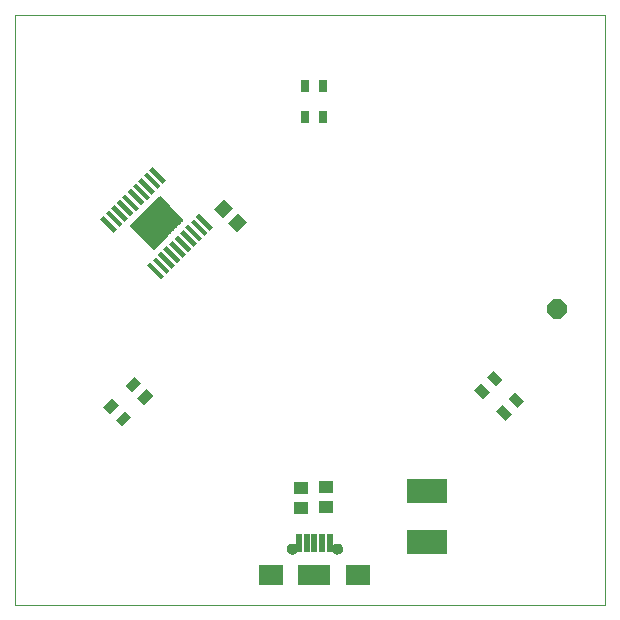
<source format=gbs>
G75*
%MOIN*%
%OFA0B0*%
%FSLAX24Y24*%
%IPPOS*%
%LPD*%
%AMOC8*
5,1,8,0,0,1.08239X$1,22.5*
%
%ADD10C,0.0000*%
%ADD11R,0.0158X0.0650*%
%ADD12C,0.0050*%
%ADD13R,0.0315X0.0433*%
%ADD14R,0.0434X0.0473*%
%ADD15OC8,0.0640*%
%ADD16R,0.0197X0.0591*%
%ADD17C,0.0375*%
%ADD18R,0.0787X0.0669*%
%ADD19R,0.1063X0.0669*%
%ADD20R,0.0473X0.0434*%
%ADD21R,0.1339X0.0839*%
D10*
X000100Y001115D02*
X000100Y020800D01*
X019785Y020800D01*
X019785Y001115D01*
X000100Y001115D01*
X009175Y003001D02*
X009177Y003026D01*
X009183Y003051D01*
X009192Y003075D01*
X009205Y003097D01*
X009222Y003117D01*
X009241Y003134D01*
X009262Y003148D01*
X009286Y003158D01*
X009310Y003165D01*
X009336Y003168D01*
X009361Y003167D01*
X009386Y003162D01*
X009410Y003153D01*
X009433Y003141D01*
X009453Y003126D01*
X009471Y003107D01*
X009486Y003086D01*
X009497Y003063D01*
X009505Y003039D01*
X009509Y003014D01*
X009509Y002988D01*
X009505Y002963D01*
X009497Y002939D01*
X009486Y002916D01*
X009471Y002895D01*
X009453Y002876D01*
X009433Y002861D01*
X009410Y002849D01*
X009386Y002840D01*
X009361Y002835D01*
X009336Y002834D01*
X009310Y002837D01*
X009286Y002844D01*
X009262Y002854D01*
X009241Y002868D01*
X009222Y002885D01*
X009205Y002905D01*
X009192Y002927D01*
X009183Y002951D01*
X009177Y002976D01*
X009175Y003001D01*
X010671Y003001D02*
X010673Y003026D01*
X010679Y003051D01*
X010688Y003075D01*
X010701Y003097D01*
X010718Y003117D01*
X010737Y003134D01*
X010758Y003148D01*
X010782Y003158D01*
X010806Y003165D01*
X010832Y003168D01*
X010857Y003167D01*
X010882Y003162D01*
X010906Y003153D01*
X010929Y003141D01*
X010949Y003126D01*
X010967Y003107D01*
X010982Y003086D01*
X010993Y003063D01*
X011001Y003039D01*
X011005Y003014D01*
X011005Y002988D01*
X011001Y002963D01*
X010993Y002939D01*
X010982Y002916D01*
X010967Y002895D01*
X010949Y002876D01*
X010929Y002861D01*
X010906Y002849D01*
X010882Y002840D01*
X010857Y002835D01*
X010832Y002834D01*
X010806Y002837D01*
X010782Y002844D01*
X010758Y002854D01*
X010737Y002868D01*
X010718Y002885D01*
X010701Y002905D01*
X010688Y002927D01*
X010679Y002951D01*
X010673Y002976D01*
X010671Y003001D01*
D11*
G36*
X004510Y012434D02*
X004622Y012546D01*
X005080Y012088D01*
X004968Y011976D01*
X004510Y012434D01*
G37*
G36*
X004691Y012615D02*
X004803Y012727D01*
X005261Y012269D01*
X005149Y012157D01*
X004691Y012615D01*
G37*
G36*
X004872Y012796D02*
X004984Y012908D01*
X005442Y012450D01*
X005330Y012338D01*
X004872Y012796D01*
G37*
G36*
X005053Y012977D02*
X005165Y013089D01*
X005623Y012631D01*
X005511Y012519D01*
X005053Y012977D01*
G37*
G36*
X005234Y013158D02*
X005346Y013270D01*
X005804Y012812D01*
X005692Y012700D01*
X005234Y013158D01*
G37*
G36*
X005415Y013339D02*
X005527Y013451D01*
X005985Y012993D01*
X005873Y012881D01*
X005415Y013339D01*
G37*
G36*
X005596Y013520D02*
X005708Y013632D01*
X006166Y013174D01*
X006054Y013062D01*
X005596Y013520D01*
G37*
G36*
X005777Y013701D02*
X005889Y013813D01*
X006347Y013355D01*
X006235Y013243D01*
X005777Y013701D01*
G37*
G36*
X005958Y013881D02*
X006070Y013993D01*
X006528Y013535D01*
X006416Y013423D01*
X005958Y013881D01*
G37*
G36*
X006139Y014062D02*
X006251Y014174D01*
X006709Y013716D01*
X006597Y013604D01*
X006139Y014062D01*
G37*
G36*
X005150Y015275D02*
X005038Y015163D01*
X004580Y015621D01*
X004692Y015733D01*
X005150Y015275D01*
G37*
G36*
X004969Y015094D02*
X004857Y014982D01*
X004399Y015440D01*
X004511Y015552D01*
X004969Y015094D01*
G37*
G36*
X004788Y014914D02*
X004676Y014802D01*
X004218Y015260D01*
X004330Y015372D01*
X004788Y014914D01*
G37*
G36*
X004607Y014733D02*
X004495Y014621D01*
X004037Y015079D01*
X004149Y015191D01*
X004607Y014733D01*
G37*
G36*
X004426Y014552D02*
X004314Y014440D01*
X003856Y014898D01*
X003968Y015010D01*
X004426Y014552D01*
G37*
G36*
X004245Y014371D02*
X004133Y014259D01*
X003675Y014717D01*
X003787Y014829D01*
X004245Y014371D01*
G37*
G36*
X004064Y014190D02*
X003952Y014078D01*
X003494Y014536D01*
X003606Y014648D01*
X004064Y014190D01*
G37*
G36*
X003883Y014009D02*
X003771Y013897D01*
X003313Y014355D01*
X003425Y014467D01*
X003883Y014009D01*
G37*
G36*
X003702Y013828D02*
X003590Y013716D01*
X003132Y014174D01*
X003244Y014286D01*
X003702Y013828D01*
G37*
G36*
X003521Y013647D02*
X003409Y013535D01*
X002951Y013993D01*
X003063Y014105D01*
X003521Y013647D01*
G37*
D12*
X003970Y013760D02*
X004735Y012994D01*
X005690Y013949D01*
X004925Y014715D01*
X003970Y013760D01*
X003983Y013773D02*
X005514Y013773D01*
X005466Y013725D02*
X004005Y013725D01*
X004054Y013676D02*
X005417Y013676D01*
X005369Y013628D02*
X004102Y013628D01*
X004151Y013579D02*
X005320Y013579D01*
X005272Y013531D02*
X004199Y013531D01*
X004248Y013482D02*
X005223Y013482D01*
X005175Y013434D02*
X004296Y013434D01*
X004345Y013385D02*
X005126Y013385D01*
X005078Y013337D02*
X004393Y013337D01*
X004442Y013288D02*
X005029Y013288D01*
X004981Y013240D02*
X004490Y013240D01*
X004539Y013191D02*
X004932Y013191D01*
X004884Y013143D02*
X004587Y013143D01*
X004636Y013094D02*
X004835Y013094D01*
X004787Y013046D02*
X004684Y013046D01*
X004733Y012997D02*
X004738Y012997D01*
X004031Y013822D02*
X005563Y013822D01*
X005611Y013870D02*
X004080Y013870D01*
X004128Y013919D02*
X005660Y013919D01*
X005672Y013967D02*
X004177Y013967D01*
X004225Y014016D02*
X005624Y014016D01*
X005575Y014064D02*
X004274Y014064D01*
X004322Y014113D02*
X005527Y014113D01*
X005478Y014161D02*
X004371Y014161D01*
X004419Y014210D02*
X005430Y014210D01*
X005381Y014258D02*
X004468Y014258D01*
X004516Y014307D02*
X005333Y014307D01*
X005284Y014355D02*
X004565Y014355D01*
X004614Y014404D02*
X005236Y014404D01*
X005187Y014452D02*
X004662Y014452D01*
X004711Y014501D02*
X005139Y014501D01*
X005090Y014549D02*
X004759Y014549D01*
X004808Y014598D02*
X005042Y014598D01*
X004993Y014646D02*
X004856Y014646D01*
X004905Y014695D02*
X004945Y014695D01*
D13*
X009785Y017403D03*
X010375Y017403D03*
X010375Y018426D03*
X009785Y018426D03*
G36*
X015834Y008716D02*
X016056Y008938D01*
X016360Y008634D01*
X016138Y008412D01*
X015834Y008716D01*
G37*
G36*
X015416Y008299D02*
X015638Y008521D01*
X015942Y008217D01*
X015720Y007995D01*
X015416Y008299D01*
G37*
G36*
X016140Y007575D02*
X016362Y007797D01*
X016666Y007493D01*
X016444Y007271D01*
X016140Y007575D01*
G37*
G36*
X016558Y007993D02*
X016780Y008215D01*
X017084Y007911D01*
X016862Y007689D01*
X016558Y007993D01*
G37*
G36*
X004410Y007795D02*
X004188Y008017D01*
X004492Y008321D01*
X004714Y008099D01*
X004410Y007795D01*
G37*
G36*
X003992Y008212D02*
X003770Y008434D01*
X004074Y008738D01*
X004296Y008516D01*
X003992Y008212D01*
G37*
G36*
X003268Y007489D02*
X003046Y007711D01*
X003350Y008015D01*
X003572Y007793D01*
X003268Y007489D01*
G37*
G36*
X003686Y007071D02*
X003464Y007293D01*
X003768Y007597D01*
X003990Y007375D01*
X003686Y007071D01*
G37*
D14*
G36*
X007524Y013548D02*
X007217Y013855D01*
X007550Y014188D01*
X007857Y013881D01*
X007524Y013548D01*
G37*
G36*
X007050Y014021D02*
X006743Y014328D01*
X007076Y014661D01*
X007383Y014354D01*
X007050Y014021D01*
G37*
D15*
X018170Y010995D03*
D16*
X010602Y003198D03*
X010346Y003198D03*
X010090Y003198D03*
X009834Y003198D03*
X009578Y003198D03*
D17*
X009342Y003001D03*
X010838Y003001D03*
D18*
X011540Y002135D03*
X008640Y002135D03*
D19*
X010090Y002135D03*
D20*
X009640Y004370D03*
X009640Y005039D03*
X010470Y005059D03*
X010470Y004390D03*
D21*
X013830Y004915D03*
X013830Y003214D03*
M02*

</source>
